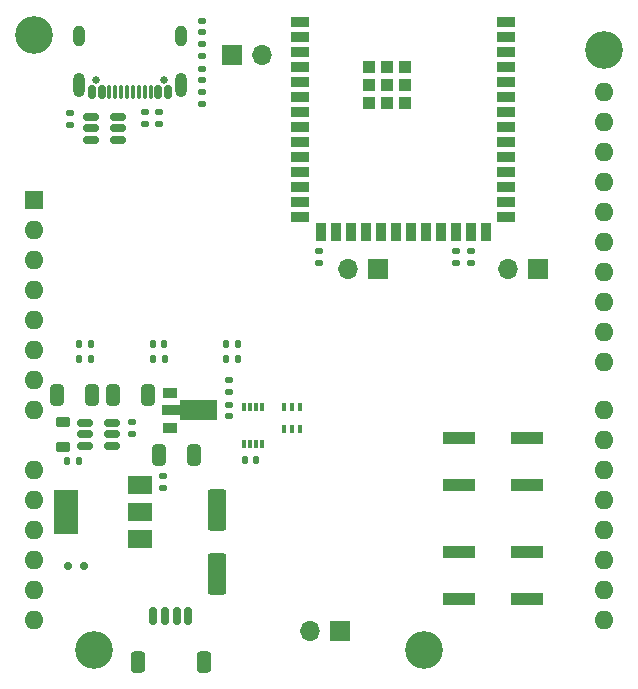
<source format=gts>
G04 #@! TF.GenerationSoftware,KiCad,Pcbnew,8.0.6*
G04 #@! TF.CreationDate,2024-11-01T18:46:05+01:00*
G04 #@! TF.ProjectId,esp32s3board,65737033-3273-4336-926f-6172642e6b69,A*
G04 #@! TF.SameCoordinates,Original*
G04 #@! TF.FileFunction,Soldermask,Top*
G04 #@! TF.FilePolarity,Negative*
%FSLAX46Y46*%
G04 Gerber Fmt 4.6, Leading zero omitted, Abs format (unit mm)*
G04 Created by KiCad (PCBNEW 8.0.6) date 2024-11-01 18:46:05*
%MOMM*%
%LPD*%
G01*
G04 APERTURE LIST*
G04 Aperture macros list*
%AMRoundRect*
0 Rectangle with rounded corners*
0 $1 Rounding radius*
0 $2 $3 $4 $5 $6 $7 $8 $9 X,Y pos of 4 corners*
0 Add a 4 corners polygon primitive as box body*
4,1,4,$2,$3,$4,$5,$6,$7,$8,$9,$2,$3,0*
0 Add four circle primitives for the rounded corners*
1,1,$1+$1,$2,$3*
1,1,$1+$1,$4,$5*
1,1,$1+$1,$6,$7*
1,1,$1+$1,$8,$9*
0 Add four rect primitives between the rounded corners*
20,1,$1+$1,$2,$3,$4,$5,0*
20,1,$1+$1,$4,$5,$6,$7,0*
20,1,$1+$1,$6,$7,$8,$9,0*
20,1,$1+$1,$8,$9,$2,$3,0*%
%AMFreePoly0*
4,1,9,3.862500,-0.866500,0.737500,-0.866500,0.737500,-0.450000,-0.737500,-0.450000,-0.737500,0.450000,0.737500,0.450000,0.737500,0.866500,3.862500,0.866500,3.862500,-0.866500,3.862500,-0.866500,$1*%
G04 Aperture macros list end*
%ADD10RoundRect,0.140000X-0.170000X0.140000X-0.170000X-0.140000X0.170000X-0.140000X0.170000X0.140000X0*%
%ADD11RoundRect,0.135000X0.135000X0.185000X-0.135000X0.185000X-0.135000X-0.185000X0.135000X-0.185000X0*%
%ADD12R,1.700000X1.700000*%
%ADD13O,1.700000X1.700000*%
%ADD14RoundRect,0.147500X-0.147500X-0.172500X0.147500X-0.172500X0.147500X0.172500X-0.147500X0.172500X0*%
%ADD15RoundRect,0.135000X-0.185000X0.135000X-0.185000X-0.135000X0.185000X-0.135000X0.185000X0.135000X0*%
%ADD16RoundRect,0.250000X0.325000X0.650000X-0.325000X0.650000X-0.325000X-0.650000X0.325000X-0.650000X0*%
%ADD17RoundRect,0.140000X-0.140000X-0.170000X0.140000X-0.170000X0.140000X0.170000X-0.140000X0.170000X0*%
%ADD18C,0.650000*%
%ADD19RoundRect,0.150000X0.150000X0.425000X-0.150000X0.425000X-0.150000X-0.425000X0.150000X-0.425000X0*%
%ADD20RoundRect,0.075000X0.075000X0.500000X-0.075000X0.500000X-0.075000X-0.500000X0.075000X-0.500000X0*%
%ADD21O,1.000000X2.100000*%
%ADD22O,1.000000X1.800000*%
%ADD23RoundRect,0.150000X0.512500X0.150000X-0.512500X0.150000X-0.512500X-0.150000X0.512500X-0.150000X0*%
%ADD24RoundRect,0.140000X0.170000X-0.140000X0.170000X0.140000X-0.170000X0.140000X-0.170000X-0.140000X0*%
%ADD25R,2.750000X1.000000*%
%ADD26RoundRect,0.150000X0.150000X0.200000X-0.150000X0.200000X-0.150000X-0.200000X0.150000X-0.200000X0*%
%ADD27RoundRect,0.135000X0.185000X-0.135000X0.185000X0.135000X-0.185000X0.135000X-0.185000X-0.135000X0*%
%ADD28RoundRect,0.150000X-0.150000X-0.625000X0.150000X-0.625000X0.150000X0.625000X-0.150000X0.625000X0*%
%ADD29RoundRect,0.250000X-0.350000X-0.650000X0.350000X-0.650000X0.350000X0.650000X-0.350000X0.650000X0*%
%ADD30RoundRect,0.250000X-0.550000X1.500000X-0.550000X-1.500000X0.550000X-1.500000X0.550000X1.500000X0*%
%ADD31R,2.000000X1.500000*%
%ADD32R,2.000000X3.800000*%
%ADD33R,0.300000X0.800000*%
%ADD34RoundRect,0.140000X0.140000X0.170000X-0.140000X0.170000X-0.140000X-0.170000X0.140000X-0.170000X0*%
%ADD35R,1.300000X0.900000*%
%ADD36FreePoly0,0.000000*%
%ADD37R,0.400000X0.650000*%
%ADD38R,1.500000X0.900000*%
%ADD39R,0.900000X1.500000*%
%ADD40R,1.000000X1.000000*%
%ADD41RoundRect,0.218750X0.381250X-0.218750X0.381250X0.218750X-0.381250X0.218750X-0.381250X-0.218750X0*%
%ADD42C,3.200000*%
%ADD43R,1.600000X1.600000*%
%ADD44O,1.600000X1.600000*%
G04 APERTURE END LIST*
D10*
X94234000Y-39906000D03*
X94234000Y-40866000D03*
D11*
X97284000Y-64516000D03*
X96264000Y-64516000D03*
D12*
X96774000Y-38735000D03*
D13*
X99314000Y-38735000D03*
D14*
X96289000Y-63246000D03*
X97259000Y-63246000D03*
D12*
X105918000Y-87503000D03*
D13*
X103378000Y-87503000D03*
D15*
X90551000Y-43559000D03*
X90551000Y-44579000D03*
D16*
X93550000Y-72644000D03*
X90600000Y-72644000D03*
D17*
X82832000Y-73152000D03*
X83792000Y-73152000D03*
D15*
X89408000Y-43559000D03*
X89408000Y-44579000D03*
D18*
X91028000Y-40832000D03*
X85248000Y-40832000D03*
D19*
X91338000Y-41907000D03*
X90538000Y-41907000D03*
D20*
X89388000Y-41907000D03*
X88388000Y-41907000D03*
X87888000Y-41907000D03*
X86888000Y-41907000D03*
D19*
X85738000Y-41907000D03*
X84938000Y-41907000D03*
X84938000Y-41907000D03*
X85738000Y-41907000D03*
D20*
X86388000Y-41907000D03*
X87388000Y-41907000D03*
X88888000Y-41907000D03*
X89888000Y-41907000D03*
D19*
X90538000Y-41907000D03*
X91338000Y-41907000D03*
D21*
X92458000Y-41332000D03*
D22*
X92458000Y-37152000D03*
D21*
X83818000Y-41332000D03*
D22*
X83818000Y-37152000D03*
D23*
X87116500Y-45908000D03*
X87116500Y-44958000D03*
X87116500Y-44008000D03*
X84841500Y-44008000D03*
X84841500Y-44958000D03*
X84841500Y-45908000D03*
D24*
X94234000Y-36802000D03*
X94234000Y-35842000D03*
D25*
X115992000Y-80804000D03*
X121752000Y-80804000D03*
X115992000Y-84804000D03*
X121752000Y-84804000D03*
D12*
X109093000Y-56896000D03*
D13*
X106553000Y-56896000D03*
D11*
X91061000Y-64516000D03*
X90041000Y-64516000D03*
D26*
X82866000Y-82042000D03*
X84266000Y-82042000D03*
D24*
X96520000Y-69314000D03*
X96520000Y-68354000D03*
D27*
X90932000Y-75440000D03*
X90932000Y-74420000D03*
D28*
X90067000Y-86265000D03*
X91067000Y-86265000D03*
X92067000Y-86265000D03*
X93067000Y-86265000D03*
D29*
X88767000Y-90140000D03*
X94367000Y-90140000D03*
D30*
X95504000Y-77310000D03*
X95504000Y-82710000D03*
D31*
X89002000Y-79770000D03*
X89002000Y-77470000D03*
X89002000Y-75170000D03*
D32*
X82702000Y-77470000D03*
D12*
X122682000Y-56896000D03*
D13*
X120142000Y-56896000D03*
D33*
X97802000Y-71654000D03*
X98302000Y-71654000D03*
X98802000Y-71654000D03*
X99302000Y-71654000D03*
X99302000Y-68554000D03*
X98802000Y-68554000D03*
X98302000Y-68554000D03*
X97802000Y-68554000D03*
D34*
X98806000Y-73025000D03*
X97846000Y-73025000D03*
D15*
X83058000Y-43686000D03*
X83058000Y-44706000D03*
D35*
X91522000Y-67334000D03*
D36*
X91609500Y-68834000D03*
D35*
X91522000Y-70334000D03*
D15*
X96520000Y-66292000D03*
X96520000Y-67312000D03*
X116967000Y-55370000D03*
X116967000Y-56390000D03*
D25*
X115992000Y-71152000D03*
X121752000Y-71152000D03*
X115992000Y-75152000D03*
X121752000Y-75152000D03*
D14*
X83843000Y-63246000D03*
X84813000Y-63246000D03*
D23*
X86608500Y-71816000D03*
X86608500Y-70866000D03*
X86608500Y-69916000D03*
X84333500Y-69916000D03*
X84333500Y-70866000D03*
X84333500Y-71816000D03*
D27*
X94234000Y-42928000D03*
X94234000Y-41908000D03*
D37*
X102504000Y-68519000D03*
X101854000Y-68519000D03*
X101204000Y-68519000D03*
X101204000Y-70419000D03*
X101854000Y-70419000D03*
X102504000Y-70419000D03*
D16*
X84914000Y-67564000D03*
X81964000Y-67564000D03*
D14*
X90066000Y-63246000D03*
X91036000Y-63246000D03*
D11*
X84838000Y-64516000D03*
X83818000Y-64516000D03*
D15*
X94234000Y-37844000D03*
X94234000Y-38864000D03*
D27*
X104140000Y-56390000D03*
X104140000Y-55370000D03*
D38*
X102502000Y-35936000D03*
X102502000Y-37206000D03*
X102502000Y-38476000D03*
X102502000Y-39746000D03*
X102502000Y-41016000D03*
X102502000Y-42286000D03*
X102502000Y-43556000D03*
X102502000Y-44826000D03*
X102502000Y-46096000D03*
X102502000Y-47366000D03*
X102502000Y-48636000D03*
X102502000Y-49906000D03*
X102502000Y-51176000D03*
X102502000Y-52446000D03*
D39*
X104267000Y-53696000D03*
X105537000Y-53696000D03*
X106807000Y-53696000D03*
X108077000Y-53696000D03*
X109347000Y-53696000D03*
X110617000Y-53696000D03*
X111887000Y-53696000D03*
X113157000Y-53696000D03*
X114427000Y-53696000D03*
X115697000Y-53696000D03*
X116967000Y-53696000D03*
X118237000Y-53696000D03*
D38*
X120002000Y-52446000D03*
X120002000Y-51176000D03*
X120002000Y-49906000D03*
X120002000Y-48636000D03*
X120002000Y-47366000D03*
X120002000Y-46096000D03*
X120002000Y-44826000D03*
X120002000Y-43556000D03*
X120002000Y-42286000D03*
X120002000Y-41016000D03*
X120002000Y-39746000D03*
X120002000Y-38476000D03*
X120002000Y-37206000D03*
X120002000Y-35936000D03*
D40*
X108392000Y-39786000D03*
X108392000Y-41286000D03*
X108392000Y-41286000D03*
X108392000Y-42786000D03*
X109892000Y-39786000D03*
X109892000Y-39786000D03*
X109892000Y-41286000D03*
X109892000Y-42786000D03*
X111392000Y-39786000D03*
X111392000Y-41286000D03*
X111392000Y-42786000D03*
D15*
X115697000Y-55370000D03*
X115697000Y-56390000D03*
D27*
X88265000Y-70868000D03*
X88265000Y-69848000D03*
D41*
X82423000Y-71928500D03*
X82423000Y-69803500D03*
D16*
X89613000Y-67564000D03*
X86663000Y-67564000D03*
D42*
X80010000Y-37084000D03*
X128270000Y-38354000D03*
X113030000Y-89154000D03*
X85090000Y-89154000D03*
D43*
X80010000Y-51054000D03*
D44*
X80010000Y-53594000D03*
X80010000Y-56134000D03*
X80010000Y-58674000D03*
X80010000Y-61214000D03*
X80010000Y-63754000D03*
X80010000Y-66294000D03*
X80010000Y-68834000D03*
X80010000Y-73914000D03*
X80010000Y-76454000D03*
X80010000Y-78994000D03*
X80010000Y-81534000D03*
X80010000Y-84074000D03*
X80010000Y-86614000D03*
X128270000Y-86614000D03*
X128270000Y-84074000D03*
X128270000Y-81534000D03*
X128270000Y-78994000D03*
X128270000Y-76454000D03*
X128270000Y-73914000D03*
X128270000Y-71374000D03*
X128270000Y-68834000D03*
X128270000Y-64774000D03*
X128270000Y-62234000D03*
X128270000Y-59694000D03*
X128270000Y-57154000D03*
X128270000Y-54614000D03*
X128270000Y-52074000D03*
X128270000Y-49534000D03*
X128270000Y-46994000D03*
X128270000Y-44454000D03*
X128270000Y-41914000D03*
M02*

</source>
